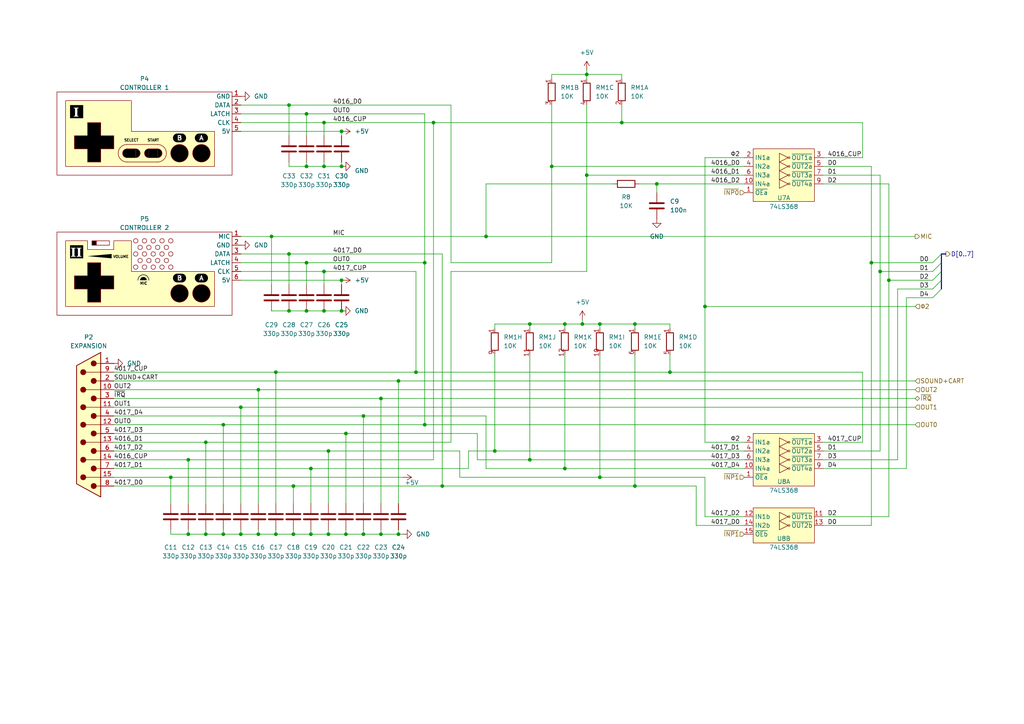
<source format=kicad_sch>
(kicad_sch (version 20250114) (generator "eeschema") (generator_version "9.0")
  (paper "A4")
  (title_block (title "Nintendo Famicom Mainboard") (date "2025-10-30") (rev "1"))
  (lib_symbols
    (symbol "Connector:DA15_Pins" (pin_names (offset 1.016) (hide yes))
      (property "Reference" "J" (at 0.508 21.59 0))
      (property "Value" "DA15_Pins" (at 0 -22.225 0))
      (symbol "DA15_Pins_0_1"
        (polyline (pts (xy -3.81 17.78) (xy -2.54 17.78)))
        (polyline (pts (xy -3.81 15.24) (xy 0.508 15.24)))
        (polyline (pts (xy -3.81 12.7) (xy -2.54 12.7)))
        (polyline (pts (xy -3.81 10.16) (xy 0.508 10.16)))
        (polyline (pts (xy -3.81 7.62) (xy -2.54 7.62)))
        (polyline (pts (xy -3.81 5.08) (xy 0.508 5.08)))
        (polyline (pts (xy -3.81 2.54) (xy -2.54 2.54)))
        (polyline (pts (xy -3.81 0) (xy 0.508 0)))
        (polyline (pts (xy -3.81 -2.54) (xy -2.54 -2.54)))
        (polyline (pts (xy -3.81 -5.08) (xy 0.508 -5.08)))
        (polyline (pts (xy -3.81 -7.62) (xy -2.54 -7.62)))
        (polyline (pts (xy -3.81 -10.16) (xy 0.508 -10.16)))
        (polyline (pts (xy -3.81 -12.7) (xy -2.54 -12.7)))
        (polyline (pts (xy -3.81 -15.24) (xy 0.508 -15.24)))
        (polyline (pts (xy -3.81 -17.78) (xy -2.54 -17.78)))
        (polyline (pts (xy -3.81 -20.955) (xy 3.175 -17.145) (xy 3.175 17.145) (xy -3.81 20.955) (xy -3.81 -20.955)) (stroke (width 0.254)) (fill (type background)))
        (circle (center -1.778 17.78) (radius 0.762) (fill (type outline)))
        (circle (center -1.778 12.7) (radius 0.762) (fill (type outline)))
        (circle (center -1.778 7.62) (radius 0.762) (fill (type outline)))
        (circle (center -1.778 2.54) (radius 0.762) (fill (type outline)))
        (circle (center -1.778 -2.54) (radius 0.762) (fill (type outline)))
        (circle (center -1.778 -7.62) (radius 0.762) (fill (type outline)))
        (circle (center -1.778 -12.7) (radius 0.762) (fill (type outline)))
        (circle (center -1.778 -17.78) (radius 0.762) (fill (type outline)))
        (circle (center 1.27 15.24) (radius 0.762) (fill (type outline)))
        (circle (center 1.27 10.16) (radius 0.762) (fill (type outline)))
        (circle (center 1.27 5.08) (radius 0.762) (fill (type outline)))
        (circle (center 1.27 0) (radius 0.762) (fill (type outline)))
        (circle (center 1.27 -5.08) (radius 0.762) (fill (type outline)))
        (circle (center 1.27 -10.16) (radius 0.762) (fill (type outline)))
        (circle (center 1.27 -15.24) (radius 0.762) (fill (type outline)))
      )
      (symbol "DA15_Pins_1_1"
        (pin passive line (at -7.62 17.78 0) (length 3.81) (name "8") (number "8"))
        (pin passive line (at -7.62 15.24 0) (length 3.81) (name "P15") (number "15"))
        (pin passive line (at -7.62 12.7 0) (length 3.81) (name "7") (number "7"))
        (pin passive line (at -7.62 10.16 0) (length 3.81) (name "P14") (number "14"))
        (pin passive line (at -7.62 7.62 0) (length 3.81) (name "6") (number "6"))
        (pin passive line (at -7.62 5.08 0) (length 3.81) (name "P13") (number "13"))
        (pin passive line (at -7.62 2.54 0) (length 3.81) (name "5") (number "5"))
        (pin passive line (at -7.62 0 0) (length 3.81) (name "P12") (number "12"))
        (pin passive line (at -7.62 -2.54 0) (length 3.81) (name "4") (number "4"))
        (pin passive line (at -7.62 -5.08 0) (length 3.81) (name "P111") (number "11"))
        (pin passive line (at -7.62 -7.62 0) (length 3.81) (name "3") (number "3"))
        (pin passive line (at -7.62 -10.16 0) (length 3.81) (name "P10") (number "10"))
        (pin passive line (at -7.62 -12.7 0) (length 3.81) (name "2") (number "2"))
        (pin passive line (at -7.62 -15.24 0) (length 3.81) (name "P9") (number "9"))
        (pin passive line (at -7.62 -17.78 0) (length 3.81) (name "1") (number "1"))
      )
    )
    (symbol "Device:C" (pin_numbers (hide yes)) (pin_names (offset 0.254))
      (property "Reference" "C" (at 0.635 2.54 0))
      (property "Value" "C" (at 0.635 -2.54 0))
      (symbol "C_0_1"
        (polyline (pts (xy -2.032 0.762) (xy 2.032 0.762)) (stroke (width 0.508)))
        (polyline (pts (xy -2.032 -0.762) (xy 2.032 -0.762)) (stroke (width 0.508)))
      )
      (symbol "C_1_1"
        (pin passive line (at 0 3.81 270) (length 2.794) (name "~") (number "1"))
        (pin passive line (at 0 -3.81 90) (length 2.794) (name "~") (number "2"))
      )
    )
    (symbol "Device:R" (pin_numbers (hide yes)) (pin_names (offset 0))
      (property "Reference" "R" (at 2.032 0 90))
      (property "Value" "R" (at 0 0 90))
      (symbol "R_0_1"
        (rectangle (start -1.016 -2.54) (end 1.016 2.54) (stroke (width 0.254)))
      )
      (symbol "R_1_1"
        (pin passive line (at 0 3.81 270) (length 1.27) (name "~") (number "1"))
        (pin passive line (at 0 -3.81 90) (length 1.27) (name "~") (number "2"))
      )
    )
    (symbol "Device:R_Network11_Split" (pin_names (offset 0) (hide yes))
      (property "Reference" "RN" (at 2.032 0 90))
      (property "Value" "R_Network11_Split" (at 0 0 90))
      (symbol "R_Network11_Split_0_1"
        (rectangle (start 1.016 2.54) (end -1.016 -2.54) (stroke (width 0.254)))
        (pin passive line (at 0 3.81 270) (length 1.27) (name "R1") (number "1"))
      )
      (symbol "R_Network11_Split_1_1"
        (pin passive line (at 0 -3.81 90) (length 1.27) (name "R1.2") (number "2"))
      )
      (symbol "R_Network11_Split_2_1"
        (pin passive line (at 0 -3.81 90) (length 1.27) (name "R2.2") (number "3"))
      )
      (symbol "R_Network11_Split_3_1"
        (pin passive line (at 0 -3.81 90) (length 1.27) (name "R3.2") (number "4"))
      )
      (symbol "R_Network11_Split_4_1"
        (pin passive line (at 0 -3.81 90) (length 1.27) (name "R4.2") (number "5"))
      )
      (symbol "R_Network11_Split_5_1"
        (pin passive line (at 0 -3.81 90) (length 1.27) (name "R5.2") (number "6"))
      )
      (symbol "R_Network11_Split_6_1"
        (pin passive line (at 0 -3.81 90) (length 1.27) (name "R6.2") (number "7"))
      )
      (symbol "R_Network11_Split_7_1"
        (pin passive line (at 0 -3.81 90) (length 1.27) (name "R7.2") (number "8"))
      )
      (symbol "R_Network11_Split_8_1"
        (pin passive line (at 0 -3.81 90) (length 1.27) (name "R8.2") (number "9"))
      )
      (symbol "R_Network11_Split_9_1"
        (pin passive line (at 0 -3.81 90) (length 1.27) (name "R9.2") (number "10"))
      )
      (symbol "R_Network11_Split_10_1"
        (pin passive line (at 0 -3.81 90) (length 1.27) (name "R10.2") (number "11"))
      )
      (symbol "R_Network11_Split_11_1"
        (pin passive line (at 0 -3.81 90) (length 1.27) (name "R11.2") (number "12"))
      )
    )
    (symbol "Famicom:74LS368"
      (property "Reference" "U" (at 0 7.874 0))
      (property "Value" "{value}" (at 0 4.826 0))
      (symbol "74LS368_1_0"
        (pin input line (at -11.43 0 0) (length 2.54) (name "IN1a") (number "2"))
        (pin input line (at -11.43 -2.54 0) (length 2.54) (name "IN2a") (number "4"))
        (pin input line (at -11.43 -5.08 0) (length 2.54) (name "IN3a") (number "6"))
        (pin input line (at -11.43 -7.62 0) (length 2.54) (name "IN4a") (number "10"))
        (pin input line (at -11.43 -10.16 0) (length 2.54) (name "~{OEa}") (number "1"))
        (pin tri_state line (at 11.43 0 180) (length 2.54) (name "~{OUT1a}") (number "3"))
        (pin tri_state line (at 11.43 -2.54 180) (length 2.54) (name "~{OUT2a}") (number "5"))
        (pin tri_state line (at 11.43 -5.08 180) (length 2.54) (name "~{OUT3a}") (number "7"))
        (pin tri_state line (at 11.43 -7.62 180) (length 2.54) (name "~{OUT4a}") (number "9"))
      )
      (symbol "74LS368_1_1"
        (rectangle (start -8.89 2.54) (end 8.89 -12.7) (fill (type background)))
        (polyline (pts (xy -1.27 1.27) (xy -1.27 -1.27) (xy 1.27 0) (xy -1.27 1.27)))
        (polyline (pts (xy -1.27 -1.27) (xy -1.27 -3.81) (xy 1.27 -2.54) (xy -1.27 -1.27)))
        (polyline (pts (xy -1.27 -3.81) (xy -1.27 -6.35) (xy 1.27 -5.08) (xy -1.27 -3.81)))
        (polyline (pts (xy -1.27 -6.35) (xy -1.27 -8.89) (xy 1.27 -7.62) (xy -1.27 -6.35)))
        (circle (center 1.524 0) (radius 0.254))
        (circle (center 1.524 -2.54) (radius 0.254))
        (circle (center 1.524 -5.08) (radius 0.254))
        (circle (center 1.524 -7.62) (radius 0.254))
      )
      (symbol "74LS368_2_0"
        (pin input line (at -11.43 -2.54 0) (length 2.54) (name "IN1b") (number "12"))
        (pin input line (at -11.43 -5.08 0) (length 2.54) (name "IN2b") (number "14"))
        (pin input line (at -11.43 -7.62 0) (length 2.54) (name "~{OEb}") (number "15"))
        (pin tri_state line (at 11.43 -2.54 180) (length 2.54) (name "~{OUT1b}") (number "11"))
        (pin tri_state line (at 11.43 -5.08 180) (length 2.54) (name "~{OUT2b}") (number "13"))
      )
      (symbol "74LS368_2_1"
        (rectangle (start -8.89 0) (end 8.89 -10.16) (fill (type background)))
        (polyline (pts (xy -1.27 -1.27) (xy -1.27 -3.81) (xy 1.27 -2.54) (xy -1.27 -1.27)))
        (polyline (pts (xy -1.27 -3.81) (xy -1.27 -6.35) (xy 1.27 -5.08) (xy -1.27 -3.81)))
        (circle (center 1.524 -2.54) (radius 0.254))
        (circle (center 1.524 -5.08) (radius 0.254))
      )
      (symbol "74LS368_3_0"
        (pin power_in line (at 0 2.54 270) (length 2.54) (name "VCC") (number "16"))
        (pin power_in line (at 0 -12.7 90) (length 2.54) (name "GND") (number "8"))
      )
      (symbol "74LS368_3_1"
        (rectangle (start -2.54 0) (end 2.54 -10.16) (fill (type background)))
      )
    )
    (symbol "Famicom:CONTROLLER1"
      (property "Reference" "P" (at -25.654 -6.096 0))
      (symbol "CONTROLLER1_0_0"
        (pin power_in line (at 2.54 -1.27 180) (length 2.54) (name "GND") (number "1"))
        (pin power_in line (at 2.54 -11.43 180) (length 2.54) (name "5V") (number "5"))
      )
      (symbol "CONTROLLER1_1_0"
        (pin output line (at 2.54 -3.81 180) (length 2.54) (name "DATA") (number "2"))
        (pin input line (at 2.54 -6.35 180) (length 2.54) (name "LATCH") (number "3"))
        (pin input line (at 2.54 -8.89 180) (length 2.54) (name "CLK") (number "4"))
      )
      (symbol "CONTROLLER1_1_1"
        (rectangle (start -50.8 0) (end 0 -24.13))
        (polyline (pts (xy -48.26 -2.54) (xy -48.26 -21.59) (xy -5.08 -21.59) (xy -5.08 -11.43) (xy -29.21 -11.43) (xy -29.21 -2.54) (xy -48.26 -2.54)) (fill (type background)))
        (rectangle (start -46.99 -3.81) (end -43.18 -7.62) (stroke (width -0.0001)) (fill (type color) (color 0 0 0 1)))
        (polyline (pts (xy -41.91 -8.89) (xy -41.91 -12.7) (xy -45.72 -12.7) (xy -45.72 -16.51) (xy -41.91 -16.51) (xy -41.91 -20.32) (xy -38.1 -20.32) (xy -38.1 -16.51) (xy -34.29 -16.51) (xy -34.29 -12.7) (xy -38.1 -12.7) (xy -38.1 -8.89) (xy -41.91 -8.89)) (fill (type color) (color 0 0 0 1)))
        (polyline (pts (xy -30.48 -15.24) (xy -21.59 -15.24)))
        (rectangle (start -30.48 -16.51) (end -27.94 -19.05) (stroke (width -0.0001)) (fill (type color) (color 0 0 0 1)))
        (polyline (pts (xy -30.48 -16.51) (xy -27.94 -16.51)))
        (arc (start -30.48 -19.05) (mid -31.75 -17.78) (end -30.48 -16.51) (fill (type color) (color 0 0 0 1)))
        (arc (start -30.48 -20.32) (mid -33.02 -17.78) (end -30.48 -15.24))
        (polyline (pts (xy -30.48 -19.05) (xy -27.94 -19.05)))
        (polyline (pts (xy -30.48 -20.32) (xy -21.59 -20.32)))
        (arc (start -27.94 -16.51) (mid -26.67 -17.78) (end -27.94 -19.05) (fill (type color) (color 0 0 0 1)))
        (rectangle (start -24.13 -16.51) (end -21.59 -19.05) (stroke (width -0.0001)) (fill (type color) (color 0 0 0 1)))
        (polyline (pts (xy -24.13 -16.51) (xy -21.59 -16.51)))
        (arc (start -24.13 -19.05) (mid -25.4 -17.78) (end -24.13 -16.51) (fill (type color) (color 0 0 0 1)))
        (polyline (pts (xy -24.13 -19.05) (xy -21.59 -19.05)))
        (arc (start -21.59 -15.24) (mid -19.05 -17.78) (end -21.59 -20.32))
        (arc (start -21.59 -16.51) (mid -20.32 -17.78) (end -21.59 -19.05) (fill (type color) (color 0 0 0 1)))
        (rectangle (start -15.875 -12.065) (end -14.605 -14.605) (stroke (width -0.0001)) (fill (type color) (color 0 0 0 1)))
        (arc (start -15.875 -14.605) (mid -17.145 -13.335) (end -15.875 -12.065) (stroke (width -0.0001)) (fill (type color) (color 0 0 0 1)))
        (circle (center -15.24 -17.78) (radius 2.54) (fill (type color) (color 0 0 0 1)))
        (arc (start -14.605 -12.065) (mid -13.335 -13.335) (end -14.605 -14.605) (stroke (width -0.0001)) (fill (type color) (color 0 0 0 1)))
        (rectangle (start -9.525 -12.065) (end -8.255 -14.605) (stroke (width -0.0001)) (fill (type color) (color 0 0 0 1)))
        (arc (start -9.525 -14.605) (mid -10.795 -13.335) (end -9.525 -12.065) (stroke (width -0.0001)) (fill (type color) (color 0 0 0 1)))
        (circle (center -8.89 -17.78) (radius 2.54) (fill (type color) (color 0 0 0 1)))
        (arc (start -8.255 -12.065) (mid -6.985 -13.335) (end -8.255 -14.605) (stroke (width -0.0001)) (fill (type color) (color 0 0 0 1)))
        (text "I" (at -45.212 -6.096 0) (effects (font (size 2.54 2.54) (bold yes))))
        (text "SELECT" (at -29.21 -13.97 0) (effects (font (size 0.762 0.762))))
        (text "START" (at -22.86 -13.97 0) (effects (font (size 0.762 0.762))))
        (text "B" (at -15.24 -13.335 0) (effects (font (size 1.27 1.27) (thickness 0.254) (bold yes))))
        (text "A" (at -8.89 -13.335 0) (effects (font (size 1.27 1.27) (thickness 0.254) (bold yes))))
      )
    )
    (symbol "Famicom:CONTROLLER2"
      (property "Reference" "P" (at -8.636 17.018 0))
      (symbol "CONTROLLER2_0_0"
        (pin output line (at 2.54 -1.27 180) (length 2.54) (name "MIC") (number "1"))
        (pin power_in line (at 2.54 -3.81 180) (length 2.54) (name "GND") (number "2"))
        (pin power_in line (at 2.54 -13.97 180) (length 2.54) (name "5V") (number "6"))
      )
      (symbol "CONTROLLER2_1_0"
        (pin output line (at 2.54 -6.35 180) (length 2.54) (name "DATA") (number "3"))
        (pin input line (at 2.54 -8.89 180) (length 2.54) (name "LATCH") (number "4"))
        (pin input line (at 2.54 -11.43 180) (length 2.54) (name "CLK") (number "5"))
      )
      (symbol "CONTROLLER2_1_1"
        (rectangle (start -50.8 0) (end 0 -24.13))
        (polyline (pts (xy -48.26 -2.54) (xy -48.26 -21.59) (xy -5.08 -21.59) (xy -5.08 -11.43) (xy -29.21 -11.43) (xy -29.21 -2.54) (xy -34.29 -2.54) (xy -34.29 -5.08) (xy -41.91 -5.08) (xy -41.91 -2.54) (xy -48.26 -2.54)) (fill (type background)))
        (rectangle (start -46.99 -3.81) (end -43.18 -7.62) (stroke (width -0.0001)) (fill (type color) (color 0 0 0 1)))
        (polyline (pts (xy -41.91 -6.985) (xy -34.925 -6.35) (xy -34.925 -7.62) (xy -41.91 -6.985)) (stroke (width -0.0001)) (fill (type color) (color 0 0 0 1)))
        (polyline (pts (xy -41.91 -8.89) (xy -41.91 -12.7) (xy -45.72 -12.7) (xy -45.72 -16.51) (xy -41.91 -16.51) (xy -41.91 -20.32) (xy -38.1 -20.32) (xy -38.1 -16.51) (xy -34.29 -16.51) (xy -34.29 -12.7) (xy -38.1 -12.7) (xy -38.1 -8.89) (xy -41.91 -8.89)) (fill (type color) (color 0 0 0 1)))
        (rectangle (start -40.64 -2.54) (end -39.37 -3.81) (fill (type color) (color 0 0 0 1)))
        (rectangle (start -39.37 -2.54) (end -35.56 -3.81))
        (circle (center -27.94 -2.54) (radius 0.635))
        (circle (center -27.94 -6.35) (radius 0.635))
        (circle (center -27.94 -10.16) (radius 0.635))
        (circle (center -26.67 -4.445) (radius 0.635))
        (circle (center -26.67 -8.255) (radius 0.635))
        (arc (start -27.305 -13.97) (mid -25.7175 -12.3825) (end -24.13 -13.97) (stroke (width 0) (color 0 0 0 1)))
        (arc (start -26.67 -13.97) (mid -25.7175 -13.0175) (end -24.765 -13.97) (stroke (width -0.0001)) (fill (type color) (color 0 0 0 1)))
        (circle (center -25.4 -2.54) (radius 0.635))
        (circle (center -25.4 -6.35) (radius 0.635))
        (circle (center -25.4 -10.16) (radius 0.635))
        (circle (center -24.13 -4.445) (radius 0.635))
        (circle (center -24.13 -8.255) (radius 0.635))
        (circle (center -22.86 -2.54) (radius 0.635))
        (circle (center -22.86 -6.35) (radius 0.635))
        (circle (center -22.86 -10.16) (radius 0.635))
        (circle (center -21.59 -4.445) (radius 0.635))
        (circle (center -21.59 -8.255) (radius 0.635))
        (circle (center -20.32 -2.54) (radius 0.635))
        (circle (center -20.32 -6.35) (radius 0.635))
        (circle (center -20.32 -10.16) (radius 0.635))
        (circle (center -19.05 -4.445) (radius 0.635))
        (circle (center -19.05 -8.255) (radius 0.635))
        (circle (center -17.78 -2.54) (radius 0.635))
        (circle (center -17.78 -6.35) (radius 0.635))
        (circle (center -17.78 -10.16) (radius 0.635))
        (rectangle (start -15.875 -12.065) (end -14.605 -14.605) (stroke (width -0.0001)) (fill (type color) (color 0 0 0 1)))
        (arc (start -15.875 -14.605) (mid -17.145 -13.335) (end -15.875 -12.065) (stroke (width -0.0001)) (fill (type color) (color 0 0 0 1)))
        (circle (center -15.24 -17.78) (radius 2.54) (fill (type color) (color 0 0 0 1)))
        (arc (start -14.605 -12.065) (mid -13.335 -13.335) (end -14.605 -14.605) (stroke (width -0.0001)) (fill (type color) (color 0 0 0 1)))
        (rectangle (start -9.525 -12.065) (end -8.255 -14.605) (stroke (width -0.0001)) (fill (type color) (color 0 0 0 1)))
        (arc (start -9.525 -14.605) (mid -10.795 -13.335) (end -9.525 -12.065) (stroke (width -0.0001)) (fill (type color) (color 0 0 0 1)))
        (circle (center -8.89 -17.78) (radius 2.54) (fill (type color) (color 0 0 0 1)))
        (arc (start -8.255 -12.065) (mid -6.985 -13.335) (end -8.255 -14.605) (stroke (width -0.0001)) (fill (type color) (color 0 0 0 1)))
        (text "II" (at -45.212 -6.096 0) (effects (font (size 2.54 2.54) (bold yes))))
        (text "VOLUME" (at -32.258 -7.112 0) (effects (font (size 0.762 0.762))))
        (text "MIC" (at -25.654 -14.859 0) (effects (font (size 0.762 0.762))))
        (text "B" (at -15.24 -13.335 0) (effects (font (size 1.27 1.27) (thickness 0.254) (bold yes))))
        (text "A" (at -8.89 -13.335 0) (effects (font (size 1.27 1.27) (thickness 0.254) (bold yes))))
      )
    )
    (symbol "power:+5V" (power) (pin_numbers (hide yes)) (pin_names (offset 0) (hide yes))
      (property "Value" "+5V" (at 0 3.556 0))
      (symbol "+5V_0_1"
        (polyline (pts (xy -0.762 1.27) (xy 0 2.54)))
        (polyline (pts (xy 0 2.54) (xy 0.762 1.27)))
        (polyline (pts (xy 0 0) (xy 0 2.54)))
      )
      (symbol "+5V_1_1"
        (pin power_in line (at 0 0 90) (length 0) (name "~") (number "1"))
      )
    )
    (symbol "power:GND" (power) (pin_numbers (hide yes)) (pin_names (offset 0) (hide yes))
      (property "Value" "GND" (at 0 -3.81 0))
      (symbol "GND_0_1"
        (polyline (pts (xy 0 0) (xy 0 -1.27) (xy 1.27 -1.27) (xy 0 -2.54) (xy -1.27 -1.27) (xy 0 -1.27)))
      )
      (symbol "GND_1_1"
        (pin power_in line (at 0 0 270) (length 0) (name "~") (number "1"))
      )
    )
  )
  (junction (at 163.83 135.89))
  (junction (at 123.19 123.19))
  (junction (at 85.09 154.94))
  (junction (at 115.57 154.94))
  (junction (at 69.85 118.11))
  (junction (at 78.74 68.58))
  (junction (at 204.47 88.9))
  (junction (at 123.19 76.2))
  (junction (at 74.93 154.94))
  (junction (at 88.9 90.17))
  (junction (at 99.06 90.17))
  (junction (at 90.17 135.89))
  (junction (at 93.98 35.56))
  (junction (at 190.5 53.34))
  (junction (at 83.82 30.48))
  (junction (at 153.67 133.35))
  (junction (at 93.98 90.17))
  (junction (at 74.93 113.03))
  (junction (at 105.41 120.65))
  (junction (at 54.61 154.94))
  (junction (at 128.27 140.97))
  (junction (at 120.65 107.95))
  (junction (at 95.25 154.94))
  (junction (at 180.34 35.56))
  (junction (at 80.01 154.94))
  (junction (at 160.02 48.26))
  (junction (at 170.18 50.8))
  (junction (at 80.01 107.95))
  (junction (at 88.9 33.02))
  (junction (at 83.82 90.17))
  (junction (at 100.33 154.94))
  (junction (at 170.18 21.59))
  (junction (at 99.06 48.26))
  (junction (at 88.9 76.2))
  (junction (at 90.17 154.94))
  (junction (at 64.77 123.19))
  (junction (at 99.06 81.28))
  (junction (at 64.77 154.94))
  (junction (at 95.25 130.81))
  (junction (at 59.69 154.94))
  (junction (at 110.49 115.57))
  (junction (at 168.91 93.98))
  (junction (at 143.51 130.81))
  (junction (at 100.33 125.73))
  (junction (at 93.98 78.74))
  (junction (at 83.82 73.66))
  (junction (at 173.99 93.98))
  (junction (at 163.83 93.98))
  (junction (at 49.53 138.43))
  (junction (at 153.67 93.98))
  (junction (at 194.31 107.95))
  (junction (at 69.85 154.94))
  (junction (at 184.15 140.97))
  (junction (at 257.81 81.28))
  (junction (at 125.73 35.56))
  (junction (at 115.57 110.49))
  (junction (at 85.09 140.97))
  (junction (at 252.73 76.2))
  (junction (at 255.27 78.74))
  (junction (at 184.15 93.98))
  (junction (at 88.9 48.26))
  (junction (at 105.41 154.94))
  (junction (at 110.49 154.94))
  (junction (at 54.61 133.35))
  (junction (at 173.99 138.43))
  (junction (at 93.98 48.26))
  (junction (at 99.06 38.1))
  (junction (at 140.97 68.58))
  (junction (at 59.69 128.27))
  (bus_entry (at 273.05 73.66) (size -2.54 2.54))
  (bus_entry (at 273.05 76.2) (size -2.54 2.54))
  (bus_entry (at 273.05 83.82) (size -2.54 2.54))
  (bus_entry (at 273.05 78.74) (size -2.54 2.54))
  (bus_entry (at 273.05 81.28) (size -2.54 2.54))
  (wire (pts (xy 143.51 130.81) (xy 215.9 130.81)))
  (wire (pts (xy 170.18 50.8) (xy 215.9 50.8)))
  (wire (pts (xy 74.93 154.94) (xy 74.93 153.67)))
  (wire (pts (xy 238.76 48.26) (xy 252.73 48.26)))
  (wire (pts (xy 33.02 130.81) (xy 95.25 130.81)))
  (wire (pts (xy 54.61 154.94) (xy 59.69 154.94)))
  (wire (pts (xy 100.33 125.73) (xy 100.33 146.05)))
  (wire (pts (xy 105.41 154.94) (xy 110.49 154.94)))
  (wire (pts (xy 123.19 33.02) (xy 123.19 76.2)))
  (wire (pts (xy 59.69 128.27) (xy 59.69 146.05)))
  (wire (pts (xy 33.02 110.49) (xy 115.57 110.49)))
  (wire (pts (xy 64.77 154.94) (xy 69.85 154.94)))
  (wire (pts (xy 130.81 76.2) (xy 160.02 76.2)))
  (wire (pts (xy 143.51 93.98) (xy 153.67 93.98)))
  (wire (pts (xy 74.93 113.03) (xy 265.43 113.03)))
  (wire (pts (xy 83.82 90.17) (xy 88.9 90.17)))
  (wire (pts (xy 238.76 45.72) (xy 250.19 45.72)))
  (wire (pts (xy 54.61 133.35) (xy 125.73 133.35)))
  (wire (pts (xy 194.31 107.95) (xy 250.19 107.95)))
  (wire (pts (xy 140.97 135.89) (xy 140.97 120.65)))
  (wire (pts (xy 170.18 30.48) (xy 170.18 50.8)))
  (wire (pts (xy 100.33 154.94) (xy 105.41 154.94)))
  (wire (pts (xy 110.49 154.94) (xy 110.49 153.67)))
  (wire (pts (xy 190.5 53.34) (xy 215.9 53.34)))
  (wire (pts (xy 133.35 138.43) (xy 133.35 130.81)))
  (wire (pts (xy 250.19 128.27) (xy 250.19 107.95)))
  (wire (pts (xy 80.01 107.95) (xy 80.01 146.05)))
  (wire (pts (xy 33.02 113.03) (xy 74.93 113.03)))
  (wire (pts (xy 204.47 45.72) (xy 215.9 45.72)))
  (wire (pts (xy 95.25 154.94) (xy 95.25 153.67)))
  (wire (pts (xy 204.47 149.86) (xy 215.9 149.86)))
  (wire (pts (xy 64.77 123.19) (xy 123.19 123.19)))
  (wire (pts (xy 33.02 140.97) (xy 85.09 140.97)))
  (wire (pts (xy 85.09 154.94) (xy 90.17 154.94)))
  (wire (pts (xy 163.83 102.87) (xy 163.83 135.89)))
  (wire (pts (xy 238.76 152.4) (xy 252.73 152.4)))
  (wire (pts (xy 59.69 128.27) (xy 130.81 128.27)))
  (wire (pts (xy 252.73 76.2) (xy 252.73 152.4)))
  (wire (pts (xy 69.85 38.1) (xy 99.06 38.1)))
  (wire (pts (xy 238.76 53.34) (xy 257.81 53.34)))
  (wire (pts (xy 33.02 120.65) (xy 105.41 120.65)))
  (wire (pts (xy 204.47 138.43) (xy 204.47 149.86)))
  (wire (pts (xy 83.82 30.48) (xy 83.82 39.37)))
  (wire (pts (xy 170.18 50.8) (xy 170.18 78.74)))
  (wire (pts (xy 83.82 48.26) (xy 83.82 46.99)))
  (wire (pts (xy 238.76 133.35) (xy 260.35 133.35)))
  (wire (pts (xy 168.91 92.71) (xy 168.91 93.98)))
  (wire (pts (xy 105.41 154.94) (xy 105.41 153.67)))
  (wire (pts (xy 93.98 78.74) (xy 93.98 82.55)))
  (wire (pts (xy 90.17 154.94) (xy 95.25 154.94)))
  (wire (pts (xy 110.49 154.94) (xy 115.57 154.94)))
  (wire (pts (xy 238.76 135.89) (xy 262.89 135.89)))
  (wire (pts (xy 257.81 81.28) (xy 257.81 149.86)))
  (wire (pts (xy 257.81 81.28) (xy 270.51 81.28)))
  (wire (pts (xy 99.06 38.1) (xy 99.06 39.37)))
  (wire (pts (xy 163.83 93.98) (xy 163.83 95.25)))
  (wire (pts (xy 54.61 133.35) (xy 54.61 146.05)))
  (wire (pts (xy 143.51 102.87) (xy 143.51 130.81)))
  (wire (pts (xy 255.27 50.8) (xy 255.27 78.74)))
  (wire (pts (xy 120.65 78.74) (xy 120.65 107.95)))
  (wire (pts (xy 90.17 154.94) (xy 90.17 153.67)))
  (wire (pts (xy 180.34 21.59) (xy 180.34 22.86)))
  (wire (pts (xy 260.35 133.35) (xy 260.35 83.82)))
  (wire (pts (xy 257.81 53.34) (xy 257.81 81.28)))
  (wire (pts (xy 69.85 154.94) (xy 69.85 153.67)))
  (wire (pts (xy 93.98 48.26) (xy 93.98 46.99)))
  (wire (pts (xy 143.51 95.25) (xy 143.51 93.98)))
  (bus (pts (xy 273.05 76.2) (xy 273.05 78.74)))
  (wire (pts (xy 115.57 110.49) (xy 115.57 146.05)))
  (wire (pts (xy 49.53 138.43) (xy 33.02 138.43)))
  (wire (pts (xy 99.06 48.26) (xy 99.06 46.99)))
  (wire (pts (xy 190.5 53.34) (xy 190.5 55.88)))
  (wire (pts (xy 160.02 48.26) (xy 160.02 76.2)))
  (wire (pts (xy 262.89 135.89) (xy 262.89 86.36)))
  (bus (pts (xy 273.05 81.28) (xy 273.05 83.82)))
  (bus (pts (xy 273.05 73.66) (xy 274.32 73.66)))
  (wire (pts (xy 105.41 120.65) (xy 140.97 120.65)))
  (wire (pts (xy 49.53 154.94) (xy 49.53 153.67)))
  (wire (pts (xy 252.73 76.2) (xy 270.51 76.2)))
  (wire (pts (xy 69.85 73.66) (xy 83.82 73.66)))
  (wire (pts (xy 80.01 154.94) (xy 80.01 153.67)))
  (wire (pts (xy 83.82 73.66) (xy 83.82 82.55)))
  (wire (pts (xy 33.02 128.27) (xy 59.69 128.27)))
  (wire (pts (xy 33.02 115.57) (xy 110.49 115.57)))
  (wire (pts (xy 194.31 95.25) (xy 194.31 93.98)))
  (wire (pts (xy 130.81 30.48) (xy 130.81 76.2)))
  (wire (pts (xy 93.98 35.56) (xy 125.73 35.56)))
  (wire (pts (xy 170.18 21.59) (xy 170.18 22.86)))
  (wire (pts (xy 238.76 130.81) (xy 255.27 130.81)))
  (wire (pts (xy 262.89 86.36) (xy 270.51 86.36)))
  (wire (pts (xy 69.85 118.11) (xy 265.43 118.11)))
  (wire (pts (xy 74.93 113.03) (xy 74.93 146.05)))
  (wire (pts (xy 69.85 33.02) (xy 88.9 33.02)))
  (wire (pts (xy 184.15 102.87) (xy 184.15 140.97)))
  (wire (pts (xy 163.83 135.89) (xy 140.97 135.89)))
  (wire (pts (xy 54.61 154.94) (xy 54.61 153.67)))
  (wire (pts (xy 140.97 68.58) (xy 265.43 68.58)))
  (wire (pts (xy 88.9 48.26) (xy 88.9 46.99)))
  (wire (pts (xy 93.98 90.17) (xy 99.06 90.17)))
  (wire (pts (xy 201.93 140.97) (xy 201.93 152.4)))
  (wire (pts (xy 90.17 135.89) (xy 90.17 146.05)))
  (wire (pts (xy 90.17 135.89) (xy 135.89 135.89)))
  (wire (pts (xy 125.73 35.56) (xy 180.34 35.56)))
  (wire (pts (xy 135.89 135.89) (xy 135.89 130.81)))
  (wire (pts (xy 83.82 73.66) (xy 128.27 73.66)))
  (wire (pts (xy 153.67 133.35) (xy 215.9 133.35)))
  (wire (pts (xy 204.47 128.27) (xy 215.9 128.27)))
  (wire (pts (xy 170.18 21.59) (xy 180.34 21.59)))
  (wire (pts (xy 204.47 88.9) (xy 204.47 128.27)))
  (wire (pts (xy 88.9 76.2) (xy 88.9 82.55)))
  (wire (pts (xy 153.67 93.98) (xy 163.83 93.98)))
  (wire (pts (xy 95.25 154.94) (xy 100.33 154.94)))
  (wire (pts (xy 123.19 123.19) (xy 265.43 123.19)))
  (wire (pts (xy 64.77 123.19) (xy 64.77 146.05)))
  (wire (pts (xy 49.53 138.43) (xy 49.53 146.05)))
  (wire (pts (xy 173.99 93.98) (xy 184.15 93.98)))
  (wire (pts (xy 88.9 90.17) (xy 93.98 90.17)))
  (wire (pts (xy 115.57 154.94) (xy 115.57 153.67)))
  (wire (pts (xy 153.67 133.35) (xy 138.43 133.35)))
  (wire (pts (xy 184.15 140.97) (xy 128.27 140.97)))
  (wire (pts (xy 69.85 154.94) (xy 74.93 154.94)))
  (wire (pts (xy 130.81 78.74) (xy 130.81 128.27)))
  (wire (pts (xy 160.02 48.26) (xy 215.9 48.26)))
  (wire (pts (xy 80.01 107.95) (xy 120.65 107.95)))
  (wire (pts (xy 78.74 90.17) (xy 83.82 90.17)))
  (wire (pts (xy 59.69 154.94) (xy 59.69 153.67)))
  (wire (pts (xy 33.02 133.35) (xy 54.61 133.35)))
  (wire (pts (xy 160.02 22.86) (xy 160.02 21.59)))
  (wire (pts (xy 69.85 76.2) (xy 88.9 76.2)))
  (wire (pts (xy 116.84 154.94) (xy 115.57 154.94)))
  (wire (pts (xy 100.33 125.73) (xy 138.43 125.73)))
  (wire (pts (xy 204.47 88.9) (xy 265.43 88.9)))
  (wire (pts (xy 255.27 78.74) (xy 270.51 78.74)))
  (wire (pts (xy 80.01 154.94) (xy 85.09 154.94)))
  (wire (pts (xy 78.74 68.58) (xy 78.74 82.55)))
  (wire (pts (xy 100.33 154.94) (xy 100.33 153.67)))
  (wire (pts (xy 168.91 93.98) (xy 173.99 93.98)))
  (wire (pts (xy 69.85 35.56) (xy 93.98 35.56)))
  (wire (pts (xy 69.85 68.58) (xy 78.74 68.58)))
  (wire (pts (xy 49.53 154.94) (xy 54.61 154.94)))
  (wire (pts (xy 238.76 50.8) (xy 255.27 50.8)))
  (wire (pts (xy 125.73 35.56) (xy 125.73 133.35)))
  (wire (pts (xy 170.18 20.32) (xy 170.18 21.59)))
  (bus (pts (xy 273.05 78.74) (xy 273.05 81.28)))
  (wire (pts (xy 95.25 130.81) (xy 95.25 146.05)))
  (wire (pts (xy 93.98 78.74) (xy 120.65 78.74)))
  (wire (pts (xy 33.02 123.19) (xy 64.77 123.19)))
  (wire (pts (xy 95.25 130.81) (xy 133.35 130.81)))
  (wire (pts (xy 184.15 93.98) (xy 184.15 95.25)))
  (wire (pts (xy 69.85 118.11) (xy 69.85 146.05)))
  (wire (pts (xy 93.98 48.26) (xy 99.06 48.26)))
  (wire (pts (xy 252.73 48.26) (xy 252.73 76.2)))
  (wire (pts (xy 69.85 30.48) (xy 83.82 30.48)))
  (wire (pts (xy 168.91 93.98) (xy 163.83 93.98)))
  (wire (pts (xy 93.98 35.56) (xy 93.98 39.37)))
  (wire (pts (xy 33.02 118.11) (xy 69.85 118.11)))
  (wire (pts (xy 78.74 68.58) (xy 140.97 68.58)))
  (wire (pts (xy 69.85 78.74) (xy 93.98 78.74)))
  (wire (pts (xy 85.09 154.94) (xy 85.09 153.67)))
  (wire (pts (xy 120.65 107.95) (xy 194.31 107.95)))
  (wire (pts (xy 204.47 45.72) (xy 204.47 88.9)))
  (wire (pts (xy 83.82 48.26) (xy 88.9 48.26)))
  (wire (pts (xy 110.49 115.57) (xy 110.49 146.05)))
  (wire (pts (xy 88.9 33.02) (xy 123.19 33.02)))
  (wire (pts (xy 173.99 138.43) (xy 133.35 138.43)))
  (wire (pts (xy 105.41 120.65) (xy 105.41 146.05)))
  (wire (pts (xy 255.27 78.74) (xy 255.27 130.81)))
  (wire (pts (xy 153.67 102.87) (xy 153.67 133.35)))
  (wire (pts (xy 185.42 53.34) (xy 190.5 53.34)))
  (wire (pts (xy 116.84 138.43) (xy 49.53 138.43)))
  (wire (pts (xy 88.9 33.02) (xy 88.9 39.37)))
  (wire (pts (xy 180.34 35.56) (xy 250.19 35.56)))
  (wire (pts (xy 69.85 81.28) (xy 99.06 81.28)))
  (wire (pts (xy 173.99 102.87) (xy 173.99 138.43)))
  (wire (pts (xy 64.77 154.94) (xy 64.77 153.67)))
  (wire (pts (xy 194.31 93.98) (xy 184.15 93.98)))
  (wire (pts (xy 160.02 30.48) (xy 160.02 48.26)))
  (wire (pts (xy 74.93 154.94) (xy 80.01 154.94)))
  (wire (pts (xy 201.93 152.4) (xy 215.9 152.4)))
  (wire (pts (xy 88.9 48.26) (xy 93.98 48.26)))
  (wire (pts (xy 130.81 78.74) (xy 170.18 78.74)))
  (wire (pts (xy 163.83 135.89) (xy 215.9 135.89)))
  (bus (pts (xy 273.05 73.66) (xy 273.05 76.2)))
  (wire (pts (xy 260.35 83.82) (xy 270.51 83.82)))
  (wire (pts (xy 83.82 30.48) (xy 130.81 30.48)))
  (wire (pts (xy 128.27 73.66) (xy 128.27 140.97)))
  (wire (pts (xy 250.19 35.56) (xy 250.19 45.72)))
  (wire (pts (xy 88.9 76.2) (xy 123.19 76.2)))
  (wire (pts (xy 138.43 133.35) (xy 138.43 125.73)))
  (wire (pts (xy 110.49 115.57) (xy 265.43 115.57)))
  (wire (pts (xy 153.67 93.98) (xy 153.67 95.25)))
  (wire (pts (xy 173.99 138.43) (xy 204.47 138.43)))
  (wire (pts (xy 135.89 130.81) (xy 143.51 130.81)))
  (wire (pts (xy 238.76 128.27) (xy 250.19 128.27)))
  (wire (pts (xy 85.09 140.97) (xy 128.27 140.97)))
  (wire (pts (xy 140.97 53.34) (xy 140.97 68.58)))
  (wire (pts (xy 173.99 93.98) (xy 173.99 95.25)))
  (wire (pts (xy 238.76 149.86) (xy 257.81 149.86)))
  (wire (pts (xy 33.02 107.95) (xy 80.01 107.95)))
  (wire (pts (xy 140.97 53.34) (xy 177.8 53.34)))
  (wire (pts (xy 194.31 102.87) (xy 194.31 107.95)))
  (wire (pts (xy 33.02 135.89) (xy 90.17 135.89)))
  (wire (pts (xy 160.02 21.59) (xy 170.18 21.59)))
  (wire (pts (xy 33.02 125.73) (xy 100.33 125.73)))
  (wire (pts (xy 184.15 140.97) (xy 201.93 140.97)))
  (wire (pts (xy 59.69 154.94) (xy 64.77 154.94)))
  (wire (pts (xy 123.19 76.2) (xy 123.19 123.19)))
  (wire (pts (xy 85.09 140.97) (xy 85.09 146.05)))
  (wire (pts (xy 115.57 110.49) (xy 265.43 110.49)))
  (wire (pts (xy 180.34 30.48) (xy 180.34 35.56)))
  (wire (pts (xy 99.06 81.28) (xy 99.06 82.55)))
  (label "4016_D2" (at 214.63 53.34 180))
  (label "OUT2" (at 33.02 113.03 0))
  (label "4016_CUP" (at 240.03 45.72 0))
  (label "4017_D3" (at 214.63 133.35 180))
  (label "D1" (at 266.7 78.74 0))
  (label "OUT0" (at 96.52 76.2 0))
  (label "4017_D0" (at 96.52 73.66 0))
  (label "OUT0" (at 33.02 123.19 0))
  (label "4016_D1" (at 33.02 128.27 0))
  (label "4016_CUP" (at 33.02 133.35 0))
  (label "D2" (at 240.03 53.34 0))
  (label "OUT1" (at 33.02 118.11 0))
  (label "4017_D4" (at 33.02 120.65 0))
  (label "4016_D1" (at 214.63 50.8 180))
  (label "Φ2" (at 214.63 128.27 180))
  (label "D3" (at 240.03 133.35 0))
  (label "4016_D0" (at 214.63 48.26 180))
  (label "D0" (at 266.7 76.2 0))
  (label "D2" (at 266.7 81.28 0))
  (label "D3" (at 266.7 83.82 0))
  (label "4016_CUP" (at 96.52 35.56 0))
  (label "4017_CUP" (at 96.52 78.74 0))
  (label "4017_CUP" (at 33.02 107.95 0))
  (label "MIC" (at 96.52 68.58 0))
  (label "D0" (at 240.03 152.4 0))
  (label "4017_D2" (at 33.02 130.81 0))
  (label "D4" (at 240.03 135.89 0))
  (label "D2" (at 240.03 149.86 0))
  (label "4017_CUP" (at 240.03 128.27 0))
  (label "4017_D4" (at 214.63 135.89 180))
  (label "~{IRQ}" (at 33.02 115.57 0))
  (label "D0" (at 240.03 48.26 0))
  (label "D1" (at 240.03 130.81 0))
  (label "OUT0" (at 96.52 33.02 0))
  (label "D1" (at 240.03 50.8 0))
  (label "4017_D1" (at 214.63 130.81 180))
  (label "4017_D0" (at 214.63 152.4 180))
  (label "4017_D1" (at 33.02 135.89 0))
  (label "Φ2" (at 214.63 45.72 180))
  (label "4017_D2" (at 214.63 149.86 180))
  (label "4017_D0" (at 33.02 140.97 0))
  (label "4016_D0" (at 96.52 30.48 0))
  (label "D4" (at 266.7 86.36 0))
  (label "SOUND+CART" (at 33.02 110.49 0))
  (label "4017_D3" (at 33.02 125.73 0))
  (hierarchical_label "~{INP0}" (shape input) (at 215.9 55.88 180))
  (hierarchical_label "SOUND+CART" (shape input) (at 265.43 110.49 0))
  (hierarchical_label "Φ2" (shape input) (at 265.43 88.9 0))
  (hierarchical_label "OUT0" (shape input) (at 265.43 123.19 0))
  (hierarchical_label "~{INP1}" (shape input) (at 215.9 138.43 180))
  (hierarchical_label "~{INP1}" (shape input) (at 215.9 154.94 180))
  (hierarchical_label "~{IRQ}" (shape bidirectional) (at 265.43 115.57 0))
  (hierarchical_label "MIC" (shape output) (at 265.43 68.58 0))
  (hierarchical_label "D[0..7]" (shape output) (at 274.32 73.66 0))
  (hierarchical_label "OUT1" (shape input) (at 265.43 118.11 0))
  (hierarchical_label "OUT2" (shape input) (at 265.43 113.03 0))
  (symbol (lib_id "power:GND") (at 33.02 105.41 90) (unit 1)
    (property "Reference" "#PWR06" (effects (hide yes)))
    (property "Value" "GND" (at 36.83 105.4099 90) (effects (justify right)))
    (property "Description" "Power symbol creates a global label with name \"GND\" , ground" (effects (hide yes)))
  )
  (symbol (lib_id "power:+5V") (at 99.06 38.1 270) (unit 1)
    (property "Reference" "#PWR058" (effects (hide yes)))
    (property "Value" "+5V" (at 102.87 38.0999 90) (effects (justify left)))
    (property "Description" "Power symbol creates a global label with name \"+5V\"" (effects (hide yes)))
  )
  (symbol (lib_id "Device:C") (at 78.74 86.36 0) (mirror y) (unit 1)
    (property "Reference" "C29" (at 78.74 94.234 0))
    (property "Value" "330p" (at 78.74 96.774 0))
    (property "Footprint" "Nintendo:C_Disc_D3.0mm_W2.0mm_P3.0mm" (effects (hide yes)))
    (property "Description" "Unpolarized capacitor" (effects (hide yes)))
  )
  (symbol (lib_id "power:GND") (at 99.06 48.26 90) (unit 1)
    (property "Reference" "#PWR068" (effects (hide yes)))
    (property "Value" "GND" (at 102.87 49.5299 90) (effects (justify right)))
    (property "Description" "Power symbol creates a global label with name \"GND\" , ground" (effects (hide yes)))
  )
  (symbol (lib_id "Device:C") (at 83.82 43.18 0) (mirror y) (unit 1)
    (property "Reference" "C33" (at 83.82 51.054 0))
    (property "Value" "330p" (at 83.82 53.594 0))
    (property "Footprint" "Nintendo:C_Disc_D3.0mm_W2.0mm_P3.0mm" (effects (hide yes)))
    (property "Description" "Unpolarized capacitor" (effects (hide yes)))
  )
  (symbol (lib_id "Device:C") (at 100.33 149.86 0) (unit 1)
    (property "Reference" "C21" (at 100.33 158.75 0))
    (property "Value" "330p" (at 100.33 161.29 0))
    (property "Footprint" "Nintendo:C_Disc_D3.0mm_W2.0mm_P3.0mm" (effects (hide yes)))
    (property "Description" "Unpolarized capacitor" (effects (hide yes)))
  )
  (symbol (lib_id "Device:R_Network11_Split") (at 143.51 99.06 0) (unit 8)
    (property "Reference" "RM1" (at 146.05 97.7899 0) (effects (justify left)))
    (property "Value" "10K" (at 146.05 100.3299 0) (effects (justify left)))
    (property "Footprint" "Resistor_THT:R_Array_SIP12" (effects (hide yes)))
    (property "Datasheet" "http://www.vishay.com/docs/31509/csc.pdf" (effects (hide yes)))
    (property "Description" "11 resistor network, star topology, bussed resistors, split" (effects (hide yes)))
  )
  (symbol (lib_id "Device:C") (at 83.82 86.36 0) (mirror y) (unit 1)
    (property "Reference" "C28" (at 83.82 94.234 0))
    (property "Value" "330p" (at 83.82 96.774 0))
    (property "Footprint" "Nintendo:C_Disc_D3.0mm_W2.0mm_P3.0mm" (effects (hide yes)))
    (property "Description" "Unpolarized capacitor" (effects (hide yes)))
  )
  (symbol (lib_id "Device:R_Network11_Split") (at 184.15 99.06 0) (unit 5)
    (property "Reference" "RM1" (at 186.69 97.7899 0) (effects (justify left)))
    (property "Value" "10K" (at 186.69 100.3299 0) (effects (justify left)))
    (property "Footprint" "Resistor_THT:R_Array_SIP12" (effects (hide yes)))
    (property "Datasheet" "http://www.vishay.com/docs/31509/csc.pdf" (effects (hide yes)))
    (property "Description" "11 resistor network, star topology, bussed resistors, split" (effects (hide yes)))
  )
  (symbol (lib_id "Famicom:CONTROLLER1") (at 67.31 26.67 0) (unit 1)
    (property "Reference" "P4" (at 41.91 22.86 0))
    (property "Value" "CONTROLLER 1" (at 41.91 25.4 0))
    (property "Footprint" "Nintendo:connector_2mm_5pin" (effects (hide yes)))
  )
  (symbol (lib_id "Device:C") (at 90.17 149.86 0) (unit 1)
    (property "Reference" "C19" (at 90.17 158.75 0))
    (property "Value" "330p" (at 90.17 161.29 0))
    (property "Footprint" "Nintendo:C_Disc_D3.0mm_W2.0mm_P3.0mm" (effects (hide yes)))
    (property "Description" "Unpolarized capacitor" (effects (hide yes)))
  )
  (symbol (lib_id "Famicom:74LS368") (at 227.33 147.32 0) (unit 2)
    (property "Reference" "U8" (at 227.33 156.21 0))
    (property "Value" "74LS368" (at 227.33 158.75 0))
    (property "Footprint" "Package_DIP:DIP-16_W7.62mm" (effects (hide yes)))
    (property "Datasheet" "http://www.ti.com/lit/gpn/sn74LS368" (effects (hide yes)))
    (property "Description" "Hex Bus Driver inverter, 3-state outputs" (effects (hide yes)))
  )
  (symbol (lib_id "Device:C") (at 69.85 149.86 0) (unit 1)
    (property "Reference" "C15" (at 69.85 158.75 0))
    (property "Value" "330p" (at 69.85 161.29 0))
    (property "Footprint" "Nintendo:C_Disc_D3.0mm_W2.0mm_P3.0mm" (effects (hide yes)))
    (property "Description" "Unpolarized capacitor" (effects (hide yes)))
  )
  (symbol (lib_id "Connector:DA15_Pins") (at 25.4 123.19 180) (unit 1)
    (property "Reference" "P2" (at 25.7175 97.79 0))
    (property "Value" "EXPANSION" (at 25.7175 100.33 0))
    (property "Footprint" "Nintendo:connector_aux_15p" (effects (hide yes)))
    (property "Description" "15-pin D-SUB connector, pins (male) (low-density/2 columns)" (effects (hide yes)))
  )
  (symbol (lib_id "Device:R_Network11_Split") (at 170.18 26.67 0) (unit 3)
    (property "Reference" "RM1" (at 172.72 25.3999 0) (effects (justify left)))
    (property "Value" "10K" (at 172.72 27.9399 0) (effects (justify left)))
    (property "Footprint" "Resistor_THT:R_Array_SIP12" (effects (hide yes)))
    (property "Datasheet" "http://www.vishay.com/docs/31509/csc.pdf" (effects (hide yes)))
    (property "Description" "11 resistor network, star topology, bussed resistors, split" (effects (hide yes)))
  )
  (symbol (lib_id "Device:R_Network11_Split") (at 180.34 26.67 0) (mirror y) (unit 1)
    (property "Reference" "RM1" (at 182.88 25.3999 0) (effects (justify right)))
    (property "Value" "10K" (at 182.88 27.9399 0) (effects (justify right)))
    (property "Footprint" "Resistor_THT:R_Array_SIP12" (effects (hide yes)))
    (property "Datasheet" "http://www.vishay.com/docs/31509/csc.pdf" (effects (hide yes)))
    (property "Description" "11 resistor network, star topology, bussed resistors, split" (effects (hide yes)))
  )
  (symbol (lib_id "Device:C") (at 190.5 59.69 0) (unit 1)
    (property "Reference" "C9" (at 194.31 58.4199 0) (effects (justify left)))
    (property "Value" "100n" (at 194.31 60.9599 0) (effects (justify left)))
    (property "Footprint" "Nintendo:C_Disc_D3.0mm_W2.0mm_P3.0mm" (effects (hide yes)))
    (property "Description" "Unpolarized capacitor" (effects (hide yes)))
  )
  (symbol (lib_id "Device:R_Network11_Split") (at 160.02 26.67 0) (unit 2)
    (property "Reference" "RM1" (at 162.56 25.3999 0) (effects (justify left)))
    (property "Value" "10K" (at 162.56 27.9399 0) (effects (justify left)))
    (property "Footprint" "Resistor_THT:R_Array_SIP12" (effects (hide yes)))
    (property "Datasheet" "http://www.vishay.com/docs/31509/csc.pdf" (effects (hide yes)))
    (property "Description" "11 resistor network, star topology, bussed resistors, split" (effects (hide yes)))
  )
  (symbol (lib_id "Device:C") (at 49.53 149.86 0) (unit 1)
    (property "Reference" "C11" (at 49.53 158.75 0))
    (property "Value" "330p" (at 49.53 161.29 0))
    (property "Footprint" "Nintendo:C_Disc_D3.0mm_W2.0mm_P3.0mm" (effects (hide yes)))
    (property "Description" "Unpolarized capacitor" (effects (hide yes)))
  )
  (symbol (lib_id "Device:C") (at 80.01 149.86 0) (unit 1)
    (property "Reference" "C17" (at 80.01 158.75 0))
    (property "Value" "330p" (at 80.01 161.29 0))
    (property "Footprint" "Nintendo:C_Disc_D3.0mm_W2.0mm_P3.0mm" (effects (hide yes)))
    (property "Description" "Unpolarized capacitor" (effects (hide yes)))
  )
  (symbol (lib_id "Device:R_Network11_Split") (at 153.67 99.06 0) (unit 10)
    (property "Reference" "RM1" (at 156.21 97.7899 0) (effects (justify left)))
    (property "Value" "10K" (at 156.21 100.3299 0) (effects (justify left)))
    (property "Footprint" "Resistor_THT:R_Array_SIP12" (effects (hide yes)))
    (property "Datasheet" "http://www.vishay.com/docs/31509/csc.pdf" (effects (hide yes)))
    (property "Description" "11 resistor network, star topology, bussed resistors, split" (effects (hide yes)))
  )
  (symbol (lib_id "Device:C") (at 115.57 149.86 0) (unit 1)
    (property "Reference" "C24" (at 115.57 158.75 0))
    (property "Value" "330p" (at 115.57 161.29 0))
    (property "Footprint" "Nintendo:C_Disc_D3.0mm_W2.0mm_P3.0mm" (effects (hide yes)))
    (property "Description" "Unpolarized capacitor" (effects (hide yes)))
  )
  (symbol (lib_id "Device:C") (at 74.93 149.86 0) (unit 1)
    (property "Reference" "C16" (at 74.93 158.75 0))
    (property "Value" "330p" (at 74.93 161.29 0))
    (property "Footprint" "Nintendo:C_Disc_D3.0mm_W2.0mm_P3.0mm" (effects (hide yes)))
    (property "Description" "Unpolarized capacitor" (effects (hide yes)))
  )
  (symbol (lib_id "Device:C") (at 99.06 43.18 0) (mirror y) (unit 1)
    (property "Reference" "C30" (at 99.06 51.054 0))
    (property "Value" "330p" (at 99.06 53.594 0))
    (property "Footprint" "Nintendo:C_Disc_D3.0mm_W2.0mm_P3.0mm" (effects (hide yes)))
    (property "Description" "Unpolarized capacitor" (effects (hide yes)))
  )
  (symbol (lib_id "power:+5V") (at 116.84 138.43 270) (unit 1)
    (property "Reference" "#PWR05" (effects (hide yes)))
    (property "Value" "+5V" (at 117.348 139.954 90) (effects (justify left)))
    (property "Description" "Power symbol creates a global label with name \"+5V\"" (effects (hide yes)))
  )
  (symbol (lib_id "Famicom:74LS368") (at 227.33 128.27 0) (unit 1)
    (property "Reference" "U8" (at 227.33 139.7 0))
    (property "Value" "74LS368" (at 227.33 142.24 0))
    (property "Footprint" "Package_DIP:DIP-16_W7.62mm" (effects (hide yes)))
    (property "Datasheet" "http://www.ti.com/lit/gpn/sn74LS368" (effects (hide yes)))
    (property "Description" "Hex Bus Driver inverter, 3-state outputs" (effects (hide yes)))
  )
  (symbol (lib_id "Device:R_Network11_Split") (at 163.83 99.06 0) (unit 11)
    (property "Reference" "RM1" (at 166.37 97.7899 0) (effects (justify left)))
    (property "Value" "10K" (at 166.37 100.3299 0) (effects (justify left)))
    (property "Footprint" "Resistor_THT:R_Array_SIP12" (effects (hide yes)))
    (property "Datasheet" "http://www.vishay.com/docs/31509/csc.pdf" (effects (hide yes)))
    (property "Description" "11 resistor network, star topology, bussed resistors, split" (effects (hide yes)))
  )
  (symbol (lib_id "Famicom:74LS368") (at 227.33 45.72 0) (unit 1)
    (property "Reference" "U7" (at 227.33 57.404 0))
    (property "Value" "74LS368" (at 227.33 59.944 0))
    (property "Footprint" "Package_DIP:DIP-16_W7.62mm" (effects (hide yes)))
    (property "Datasheet" "http://www.ti.com/lit/gpn/sn74LS368" (effects (hide yes)))
    (property "Description" "Hex Bus Driver inverter, 3-state outputs" (effects (hide yes)))
  )
  (symbol (lib_id "power:GND") (at 69.85 71.12 90) (unit 1)
    (property "Reference" "#PWR061" (effects (hide yes)))
    (property "Value" "GND" (at 73.66 71.1199 90) (effects (justify right)))
    (property "Description" "Power symbol creates a global label with name \"GND\" , ground" (effects (hide yes)))
  )
  (symbol (lib_id "Device:C") (at 95.25 149.86 0) (unit 1)
    (property "Reference" "C20" (at 95.25 158.75 0))
    (property "Value" "330p" (at 95.25 161.29 0))
    (property "Footprint" "Nintendo:C_Disc_D3.0mm_W2.0mm_P3.0mm" (effects (hide yes)))
    (property "Description" "Unpolarized capacitor" (effects (hide yes)))
  )
  (symbol (lib_id "Device:C") (at 88.9 43.18 0) (mirror y) (unit 1)
    (property "Reference" "C32" (at 88.9 51.054 0))
    (property "Value" "330p" (at 88.9 53.594 0))
    (property "Footprint" "Nintendo:C_Disc_D3.0mm_W2.0mm_P3.0mm" (effects (hide yes)))
    (property "Description" "Unpolarized capacitor" (effects (hide yes)))
  )
  (symbol (lib_id "power:GND") (at 69.85 27.94 90) (unit 1)
    (property "Reference" "#PWR060" (effects (hide yes)))
    (property "Value" "GND" (at 73.66 27.9399 90) (effects (justify right)))
    (property "Description" "Power symbol creates a global label with name \"GND\" , ground" (effects (hide yes)))
  )
  (symbol (lib_id "Device:C") (at 85.09 149.86 0) (unit 1)
    (property "Reference" "C18" (at 85.09 158.75 0))
    (property "Value" "330p" (at 85.09 161.29 0))
    (property "Footprint" "Nintendo:C_Disc_D3.0mm_W2.0mm_P3.0mm" (effects (hide yes)))
    (property "Description" "Unpolarized capacitor" (effects (hide yes)))
  )
  (symbol (lib_id "power:GND") (at 99.06 90.17 90) (unit 1)
    (property "Reference" "#PWR063" (effects (hide yes)))
    (property "Value" "GND" (at 102.87 90.1699 90) (effects (justify right)))
    (property "Description" "Power symbol creates a global label with name \"GND\" , ground" (effects (hide yes)))
  )
  (symbol (lib_id "power:GND") (at 116.84 154.94 90) (unit 1)
    (property "Reference" "#PWR062" (effects (hide yes)))
    (property "Value" "GND" (at 120.65 154.9399 90) (effects (justify right)))
    (property "Description" "Power symbol creates a global label with name \"GND\" , ground" (effects (hide yes)))
  )
  (symbol (lib_id "Device:R_Network11_Split") (at 173.99 99.06 0) (unit 9)
    (property "Reference" "RM1" (at 176.53 97.7899 0) (effects (justify left)))
    (property "Value" "10K" (at 176.53 100.3299 0) (effects (justify left)))
    (property "Footprint" "Resistor_THT:R_Array_SIP12" (effects (hide yes)))
    (property "Datasheet" "http://www.vishay.com/docs/31509/csc.pdf" (effects (hide yes)))
    (property "Description" "11 resistor network, star topology, bussed resistors, split" (effects (hide yes)))
  )
  (symbol (lib_id "Device:C") (at 88.9 86.36 0) (mirror y) (unit 1)
    (property "Reference" "C27" (at 88.9 94.234 0))
    (property "Value" "330p" (at 88.9 96.774 0))
    (property "Footprint" "Nintendo:C_Disc_D3.0mm_W2.0mm_P3.0mm" (effects (hide yes)))
    (property "Description" "Unpolarized capacitor" (effects (hide yes)))
  )
  (symbol (lib_id "power:+5V") (at 168.91 92.71 0) (unit 1)
    (property "Reference" "#PWR021" (effects (hide yes)))
    (property "Value" "+5V" (at 168.91 87.63 0))
    (property "Description" "Power symbol creates a global label with name \"+5V\"" (effects (hide yes)))
  )
  (symbol (lib_id "power:+5V") (at 99.06 81.28 270) (unit 1)
    (property "Reference" "#PWR059" (effects (hide yes)))
    (property "Value" "+5V" (at 102.87 81.2799 90) (effects (justify left)))
    (property "Description" "Power symbol creates a global label with name \"+5V\"" (effects (hide yes)))
  )
  (symbol (lib_id "Device:C") (at 105.41 149.86 0) (unit 1)
    (property "Reference" "C22" (at 105.41 158.75 0))
    (property "Value" "330p" (at 105.41 161.29 0))
    (property "Footprint" "Nintendo:C_Disc_D3.0mm_W2.0mm_P3.0mm" (effects (hide yes)))
    (property "Description" "Unpolarized capacitor" (effects (hide yes)))
  )
  (symbol (lib_id "Device:C") (at 54.61 149.86 0) (unit 1)
    (property "Reference" "C12" (at 54.61 158.75 0))
    (property "Value" "330p" (at 54.61 161.29 0))
    (property "Footprint" "Nintendo:C_Disc_D3.0mm_W2.0mm_P3.0mm" (effects (hide yes)))
    (property "Description" "Unpolarized capacitor" (effects (hide yes)))
  )
  (symbol (lib_id "Device:R_Network11_Split") (at 194.31 99.06 0) (unit 4)
    (property "Reference" "RM1" (at 196.85 97.7899 0) (effects (justify left)))
    (property "Value" "10K" (at 196.85 100.3299 0) (effects (justify left)))
    (property "Footprint" "Resistor_THT:R_Array_SIP12" (effects (hide yes)))
    (property "Datasheet" "http://www.vishay.com/docs/31509/csc.pdf" (effects (hide yes)))
    (property "Description" "11 resistor network, star topology, bussed resistors, split" (effects (hide yes)))
  )
  (symbol (lib_id "power:+5V") (at 170.18 20.32 0) (unit 1)
    (property "Reference" "#PWR020" (effects (hide yes)))
    (property "Value" "+5V" (at 170.18 15.24 0))
    (property "Description" "Power symbol creates a global label with name \"+5V\"" (effects (hide yes)))
  )
  (symbol (lib_id "Device:C") (at 93.98 43.18 0) (mirror y) (unit 1)
    (property "Reference" "C31" (at 93.98 51.054 0))
    (property "Value" "330p" (at 93.98 53.594 0))
    (property "Footprint" "Nintendo:C_Disc_D3.0mm_W2.0mm_P3.0mm" (effects (hide yes)))
    (property "Description" "Unpolarized capacitor" (effects (hide yes)))
  )
  (symbol (lib_id "Device:C") (at 110.49 149.86 0) (unit 1)
    (property "Reference" "C23" (at 110.49 158.75 0))
    (property "Value" "330p" (at 110.49 161.29 0))
    (property "Footprint" "Nintendo:C_Disc_D3.0mm_W2.0mm_P3.0mm" (effects (hide yes)))
    (property "Description" "Unpolarized capacitor" (effects (hide yes)))
  )
  (symbol (lib_id "Device:C") (at 93.98 86.36 0) (mirror y) (unit 1)
    (property "Reference" "C26" (at 93.98 94.234 0))
    (property "Value" "330p" (at 93.98 96.774 0))
    (property "Footprint" "Nintendo:C_Disc_D3.0mm_W2.0mm_P3.0mm" (effects (hide yes)))
    (property "Description" "Unpolarized capacitor" (effects (hide yes)))
  )
  (symbol (lib_id "Device:C") (at 59.69 149.86 0) (unit 1)
    (property "Reference" "C13" (at 59.69 158.75 0))
    (property "Value" "330p" (at 59.69 161.29 0))
    (property "Footprint" "Nintendo:C_Disc_D3.0mm_W2.0mm_P3.0mm" (effects (hide yes)))
    (property "Description" "Unpolarized capacitor" (effects (hide yes)))
  )
  (symbol (lib_id "power:GND") (at 190.5 63.5 0) (unit 1)
    (property "Reference" "#PWR024" (effects (hide yes)))
    (property "Value" "GND" (at 190.5 68.58 0))
    (property "Description" "Power symbol creates a global label with name \"GND\" , ground" (effects (hide yes)))
  )
  (symbol (lib_id "Device:C") (at 99.06 86.36 0) (mirror y) (unit 1)
    (property "Reference" "C25" (at 99.06 94.234 0))
    (property "Value" "330p" (at 99.06 96.774 0))
    (property "Footprint" "Nintendo:C_Disc_D3.0mm_W2.0mm_P3.0mm" (effects (hide yes)))
    (property "Description" "Unpolarized capacitor" (effects (hide yes)))
  )
  (symbol (lib_id "Device:C") (at 64.77 149.86 0) (unit 1)
    (property "Reference" "C14" (at 64.77 158.75 0))
    (property "Value" "330p" (at 64.77 161.29 0))
    (property "Footprint" "Nintendo:C_Disc_D3.0mm_W2.0mm_P3.0mm" (effects (hide yes)))
    (property "Description" "Unpolarized capacitor" (effects (hide yes)))
  )
  (symbol (lib_id "Famicom:CONTROLLER2") (at 67.31 67.31 0) (unit 1)
    (property "Reference" "P5" (at 41.91 63.5 0))
    (property "Value" "CONTROLLER 2" (at 41.91 66.04 0))
    (property "Footprint" "Nintendo:connector_2mm_6pin" (effects (hide yes)))
  )
  (symbol (lib_id "Device:R") (at 181.61 53.34 90) (unit 1)
    (property "Reference" "R8" (at 181.61 57.15 90))
    (property "Value" "10K" (at 181.61 59.69 90))
    (property "Footprint" "Resistor_THT:R_Axial_DIN0207_L6.3mm_D2.5mm_P10.16mm_Horizontal" (effects (hide yes)))
    (property "Description" "Resistor" (effects (hide yes)))
  )
)
</source>
